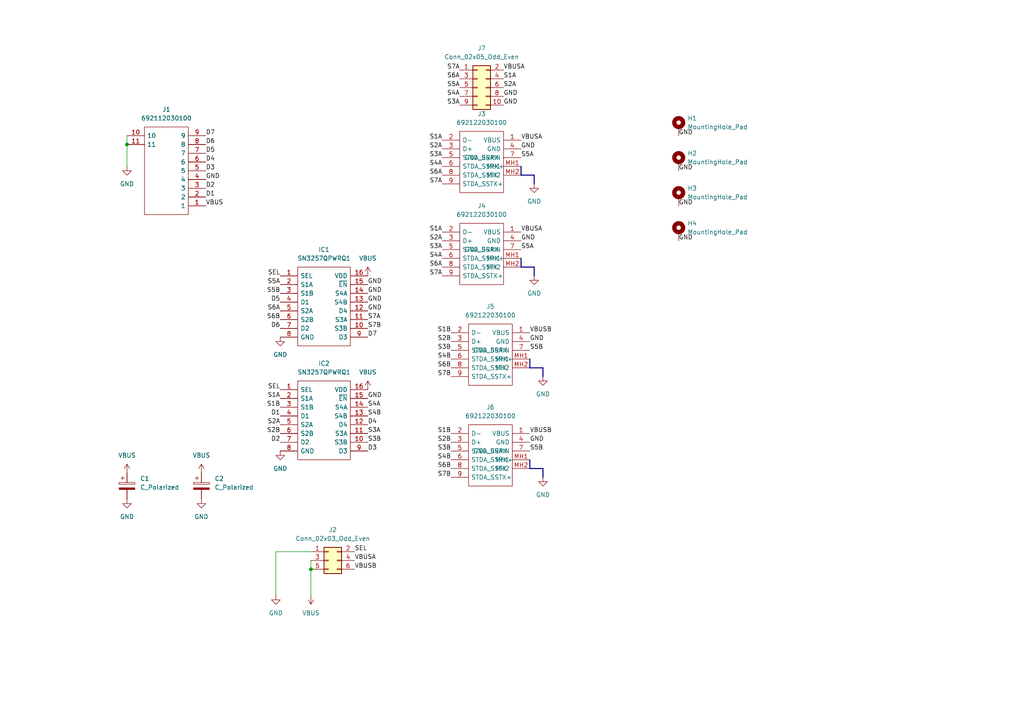
<source format=kicad_sch>
(kicad_sch (version 20230121) (generator eeschema)
  (paper "A4")
  (lib_symbols
    (symbol "Connector_Generic:Conn_02x03_Odd_Even" (pin_names (offset 1.016) hide)
      (property "Reference" "J" (at 1.27 5.08 0))
      (property "Value" "Conn_02x03_Odd_Even" (at 1.27 -5.08 0))
      (symbol "Conn_02x03_Odd_Even_1_1"
        (rectangle (start -1.27 -2.413) (end 0 -2.667) (stroke (width 0.1524)))
        (rectangle (start -1.27 0.127) (end 0 -0.127) (stroke (width 0.1524)))
        (rectangle (start -1.27 2.667) (end 0 2.413) (stroke (width 0.1524)))
        (rectangle (start -1.27 3.81) (end 3.81 -3.81) (stroke (width 0.254)) (fill (type background)))
        (rectangle (start 3.81 -2.413) (end 2.54 -2.667) (stroke (width 0.1524)))
        (rectangle (start 3.81 0.127) (end 2.54 -0.127) (stroke (width 0.1524)))
        (rectangle (start 3.81 2.667) (end 2.54 2.413) (stroke (width 0.1524)))
        (pin passive line (at -5.08 2.54 0) (length 3.81) (name "Pin_1") (number "1"))
        (pin passive line (at 7.62 2.54 180) (length 3.81) (name "Pin_2") (number "2"))
        (pin passive line (at -5.08 0 0) (length 3.81) (name "Pin_3") (number "3"))
        (pin passive line (at 7.62 0 180) (length 3.81) (name "Pin_4") (number "4"))
        (pin passive line (at -5.08 -2.54 0) (length 3.81) (name "Pin_5") (number "5"))
        (pin passive line (at 7.62 -2.54 180) (length 3.81) (name "Pin_6") (number "6"))
      )
    )
    (symbol "Connector_Generic:Conn_02x05_Odd_Even" (pin_names (offset 1.016) hide)
      (property "Reference" "J" (at 1.27 7.62 0))
      (property "Value" "Conn_02x05_Odd_Even" (at 1.27 -7.62 0))
      (symbol "Conn_02x05_Odd_Even_1_1"
        (rectangle (start -1.27 -4.953) (end 0 -5.207) (stroke (width 0.1524)))
        (rectangle (start -1.27 -2.413) (end 0 -2.667) (stroke (width 0.1524)))
        (rectangle (start -1.27 0.127) (end 0 -0.127) (stroke (width 0.1524)))
        (rectangle (start -1.27 2.667) (end 0 2.413) (stroke (width 0.1524)))
        (rectangle (start -1.27 5.207) (end 0 4.953) (stroke (width 0.1524)))
        (rectangle (start -1.27 6.35) (end 3.81 -6.35) (stroke (width 0.254)) (fill (type background)))
        (rectangle (start 3.81 -4.953) (end 2.54 -5.207) (stroke (width 0.1524)))
        (rectangle (start 3.81 -2.413) (end 2.54 -2.667) (stroke (width 0.1524)))
        (rectangle (start 3.81 0.127) (end 2.54 -0.127) (stroke (width 0.1524)))
        (rectangle (start 3.81 2.667) (end 2.54 2.413) (stroke (width 0.1524)))
        (rectangle (start 3.81 5.207) (end 2.54 4.953) (stroke (width 0.1524)))
        (pin passive line (at -5.08 5.08 0) (length 3.81) (name "Pin_1") (number "1"))
        (pin passive line (at 7.62 -5.08 180) (length 3.81) (name "Pin_10") (number "10"))
        (pin passive line (at 7.62 5.08 180) (length 3.81) (name "Pin_2") (number "2"))
        (pin passive line (at -5.08 2.54 0) (length 3.81) (name "Pin_3") (number "3"))
        (pin passive line (at 7.62 2.54 180) (length 3.81) (name "Pin_4") (number "4"))
        (pin passive line (at -5.08 0 0) (length 3.81) (name "Pin_5") (number "5"))
        (pin passive line (at 7.62 0 180) (length 3.81) (name "Pin_6") (number "6"))
        (pin passive line (at -5.08 -2.54 0) (length 3.81) (name "Pin_7") (number "7"))
        (pin passive line (at 7.62 -2.54 180) (length 3.81) (name "Pin_8") (number "8"))
        (pin passive line (at -5.08 -5.08 0) (length 3.81) (name "Pin_9") (number "9"))
      )
    )
    (symbol "Device:C_Polarized" (pin_numbers hide) (pin_names (offset 0.254))
      (property "Reference" "C" (at 0.635 2.54 0))
      (property "Value" "C_Polarized" (at 0.635 -2.54 0))
      (symbol "C_Polarized_0_1"
        (rectangle (start -2.286 0.508) (end 2.286 1.016))
        (polyline (pts (xy -1.778 2.286) (xy -0.762 2.286)))
        (polyline (pts (xy -1.27 2.794) (xy -1.27 1.778)))
        (rectangle (start 2.286 -0.508) (end -2.286 -1.016) (fill (type outline)))
      )
      (symbol "C_Polarized_1_1"
        (pin passive line (at 0 3.81 270) (length 2.794) (name "~") (number "1"))
        (pin passive line (at 0 -3.81 90) (length 2.794) (name "~") (number "2"))
      )
    )
    (symbol "Mechanical:MountingHole_Pad" (pin_numbers hide) (pin_names (offset 1.016) hide)
      (property "Reference" "H" (at 0 6.35 0))
      (property "Value" "MountingHole_Pad" (at 0 4.445 0))
      (symbol "MountingHole_Pad_0_1"
        (circle (center 0 1.27) (radius 1.27) (stroke (width 1.27)))
      )
      (symbol "MountingHole_Pad_1_1"
        (pin input line (at 0 -2.54 90) (length 2.54) (name "1") (number "1"))
      )
    )
    (symbol "mouser:692112030100" (pin_names (offset 0.762))
      (property "Reference" "J" (at 19.05 7.62 0))
      (property "Value" "692112030100" (at 19.05 5.08 0))
      (symbol "692112030100_0_0"
        (pin passive line (at 22.86 -20.32 180) (length 5.08) (name "1") (number "1"))
        (pin passive line (at 0 0 0) (length 5.08) (name "10") (number "10"))
        (pin passive line (at 0 -2.54 0) (length 5.08) (name "11") (number "11"))
        (pin passive line (at 22.86 -17.78 180) (length 5.08) (name "2") (number "2"))
        (pin passive line (at 22.86 -15.24 180) (length 5.08) (name "3") (number "3"))
        (pin passive line (at 22.86 -12.7 180) (length 5.08) (name "4") (number "4"))
        (pin passive line (at 22.86 -10.16 180) (length 5.08) (name "5") (number "5"))
        (pin passive line (at 22.86 -7.62 180) (length 5.08) (name "6") (number "6"))
        (pin passive line (at 22.86 -5.08 180) (length 5.08) (name "7") (number "7"))
        (pin passive line (at 22.86 -2.54 180) (length 5.08) (name "8") (number "8"))
        (pin passive line (at 22.86 0 180) (length 5.08) (name "9") (number "9"))
      )
      (symbol "692112030100_0_1"
        (polyline (pts (xy 5.08 2.54) (xy 17.78 2.54) (xy 17.78 -22.86) (xy 5.08 -22.86) (xy 5.08 2.54)) (stroke (width 0.1524)))
      )
    )
    (symbol "mouser:692122030100" (pin_names (offset 0.762))
      (property "Reference" "J" (at 19.05 7.62 0))
      (property "Value" "692122030100" (at 19.05 5.08 0))
      (symbol "692122030100_0_0"
        (pin passive line (at 22.86 0 180) (length 5.08) (name "VBUS") (number "1"))
        (pin passive line (at 0 0 0) (length 5.08) (name "D-") (number "2"))
        (pin passive line (at 0 -2.54 0) (length 5.08) (name "D+") (number "3"))
        (pin passive line (at 22.86 -2.54 180) (length 5.08) (name "GND") (number "4"))
        (pin passive line (at 0 -5.08 0) (length 5.08) (name "STDA_SSRX") (number "5"))
        (pin passive line (at 0 -7.62 0) (length 5.08) (name "STDA_SSRX+") (number "6"))
        (pin passive line (at 22.86 -5.08 180) (length 5.08) (name "GND_DRAIN") (number "7"))
        (pin passive line (at 0 -10.16 0) (length 5.08) (name "STDA_SSTX") (number "8"))
        (pin passive line (at 0 -12.7 0) (length 5.08) (name "STDA_SSTX+") (number "9"))
        (pin passive line (at 22.86 -7.62 180) (length 5.08) (name "MH1") (number "MH1"))
        (pin passive line (at 22.86 -10.16 180) (length 5.08) (name "MH2") (number "MH2"))
      )
      (symbol "692122030100_0_1"
        (polyline (pts (xy 5.08 2.54) (xy 17.78 2.54) (xy 17.78 -15.24) (xy 5.08 -15.24) (xy 5.08 2.54)) (stroke (width 0.1524)))
      )
    )
    (symbol "mouser:SN3257QPWRQ1" (pin_names (offset 0.762))
      (property "Reference" "IC" (at 21.59 7.62 0))
      (property "Value" "SN3257QPWRQ1" (at 21.59 5.08 0))
      (symbol "SN3257QPWRQ1_0_0"
        (pin passive line (at 0 0 0) (length 5.08) (name "SEL") (number "1"))
        (pin passive line (at 25.4 -15.24 180) (length 5.08) (name "S3B") (number "10"))
        (pin passive line (at 25.4 -12.7 180) (length 5.08) (name "S3A") (number "11"))
        (pin passive line (at 25.4 -10.16 180) (length 5.08) (name "D4") (number "12"))
        (pin passive line (at 25.4 -7.62 180) (length 5.08) (name "S4B") (number "13"))
        (pin passive line (at 25.4 -5.08 180) (length 5.08) (name "S4A") (number "14"))
        (pin passive line (at 25.4 -2.54 180) (length 5.08) (name "~{EN}") (number "15"))
        (pin passive line (at 25.4 0 180) (length 5.08) (name "VDD") (number "16"))
        (pin passive line (at 0 -2.54 0) (length 5.08) (name "S1A") (number "2"))
        (pin passive line (at 0 -5.08 0) (length 5.08) (name "S1B") (number "3"))
        (pin passive line (at 0 -7.62 0) (length 5.08) (name "D1") (number "4"))
        (pin passive line (at 0 -10.16 0) (length 5.08) (name "S2A") (number "5"))
        (pin passive line (at 0 -12.7 0) (length 5.08) (name "S2B") (number "6"))
        (pin passive line (at 0 -15.24 0) (length 5.08) (name "D2") (number "7"))
        (pin passive line (at 0 -17.78 0) (length 5.08) (name "GND") (number "8"))
        (pin passive line (at 25.4 -17.78 180) (length 5.08) (name "D3") (number "9"))
      )
      (symbol "SN3257QPWRQ1_0_1"
        (polyline (pts (xy 5.08 2.54) (xy 20.32 2.54) (xy 20.32 -20.32) (xy 5.08 -20.32) (xy 5.08 2.54)) (stroke (width 0.1524)))
      )
    )
    (symbol "power:GND" (power) (pin_names (offset 0))
      (property "Value" "GND" (at 0 -3.81 0))
      (symbol "GND_0_1"
        (polyline (pts (xy 0 0) (xy 0 -1.27) (xy 1.27 -1.27) (xy 0 -2.54) (xy -1.27 -1.27) (xy 0 -1.27)))
      )
      (symbol "GND_1_1"
        (pin power_in line (at 0 0 270) (length 0) hide (name "GND") (number "1"))
      )
    )
    (symbol "power:VBUS" (power) (pin_names (offset 0))
      (property "Value" "VBUS" (at 0 3.81 0))
      (symbol "VBUS_0_1"
        (polyline (pts (xy -0.762 1.27) (xy 0 2.54)))
        (polyline (pts (xy 0 0) (xy 0 2.54)))
        (polyline (pts (xy 0 2.54) (xy 0.762 1.27)))
      )
      (symbol "VBUS_1_1"
        (pin power_in line (at 0 0 90) (length 0) hide (name "VBUS") (number "1"))
      )
    )
  )
  (junction (at 90.17 165.1))
  (junction (at 36.83 41.91))
  (bus (pts (xy 153.67 135.89) (xy 157.48 135.89)))
  (wire (pts (xy 90.17 162.56) (xy 90.17 165.1)))
  (bus (pts (xy 153.67 104.14) (xy 153.67 106.68)))
  (bus (pts (xy 153.67 133.35) (xy 153.67 135.89)))
  (bus (pts (xy 151.13 74.93) (xy 151.13 77.47)))
  (bus (pts (xy 157.48 135.89) (xy 157.48 138.43)))
  (wire (pts (xy 90.17 160.02) (xy 80.01 160.02)))
  (bus (pts (xy 154.94 50.8) (xy 154.94 53.34)))
  (bus (pts (xy 157.48 106.68) (xy 157.48 109.22)))
  (wire (pts (xy 36.83 39.37) (xy 36.83 41.91)))
  (wire (pts (xy 80.01 160.02) (xy 80.01 172.72)))
  (bus (pts (xy 151.13 48.26) (xy 151.13 50.8)))
  (bus (pts (xy 151.13 77.47) (xy 154.94 77.47)))
  (wire (pts (xy 90.17 165.1) (xy 90.17 172.72)))
  (wire (pts (xy 36.83 41.91) (xy 36.83 48.26)))
  (bus (pts (xy 154.94 77.47) (xy 154.94 80.01)))
  (bus (pts (xy 153.67 106.68) (xy 157.48 106.68)))
  (bus (pts (xy 151.13 50.8) (xy 154.94 50.8)))
  (label "S2A" (at 128.27 69.85 180))
  (label "S6A" (at 133.35 22.86 180))
  (label "S5B" (at 81.28 85.09 180))
  (label "D2" (at 81.28 128.27 180))
  (label "S1A" (at 146.05 22.86 0))
  (label "S4A" (at 128.27 48.26 180))
  (label "GND" (at 151.13 43.18 0))
  (label "VBUSA" (at 146.05 20.32 0))
  (label "GND" (at 196.85 39.37 0))
  (label "S2A" (at 81.28 123.19 180))
  (label "S2B" (at 130.81 128.27 180))
  (label "S3B" (at 106.68 128.27 0))
  (label "SEL" (at 81.28 80.01 180))
  (label "S1A" (at 128.27 40.64 180))
  (label "S1B" (at 81.28 118.11 180))
  (label "S4A" (at 106.68 118.11 0))
  (label "S2B" (at 81.28 125.73 180))
  (label "D3" (at 106.68 130.81 0))
  (label "GND" (at 196.85 59.69 0))
  (label "D3" (at 59.69 49.53 0))
  (label "D2" (at 59.69 54.61 0))
  (label "GND" (at 146.05 30.48 0))
  (label "D1" (at 81.28 120.65 180))
  (label "GND" (at 59.69 52.07 0))
  (label "D7" (at 59.69 39.37 0))
  (label "GND" (at 153.67 128.27 0))
  (label "VBUS" (at 59.69 59.69 0))
  (label "D1" (at 59.69 57.15 0))
  (label "D4" (at 59.69 46.99 0))
  (label "D4" (at 106.68 123.19 0))
  (label "S3A" (at 133.35 30.48 180))
  (label "GND" (at 106.68 85.09 0))
  (label "S7A" (at 128.27 80.01 180))
  (label "S4B" (at 130.81 133.35 180))
  (label "GND" (at 106.68 90.17 0))
  (label "SEL" (at 81.28 113.03 180))
  (label "GND" (at 106.68 82.55 0))
  (label "S4A" (at 133.35 27.94 180))
  (label "S7A" (at 128.27 53.34 180))
  (label "GND" (at 196.85 49.53 0))
  (label "D6" (at 81.28 95.25 180))
  (label "GND" (at 106.68 87.63 0))
  (label "S1A" (at 128.27 67.31 180))
  (label "S3B" (at 130.81 101.6 180))
  (label "S5A" (at 151.13 72.39 0))
  (label "D5" (at 81.28 87.63 180))
  (label "VBUSB" (at 153.67 96.52 0))
  (label "S6B" (at 130.81 135.89 180))
  (label "S7A" (at 106.68 92.71 0))
  (label "S7A" (at 133.35 20.32 180))
  (label "D6" (at 59.69 41.91 0))
  (label "S6A" (at 128.27 50.8 180))
  (label "S4B" (at 130.81 104.14 180))
  (label "S1B" (at 130.81 125.73 180))
  (label "S3A" (at 128.27 45.72 180))
  (label "S5A" (at 133.35 25.4 180))
  (label "SEL" (at 102.87 160.02 0))
  (label "S3B" (at 130.81 130.81 180))
  (label "GND" (at 196.85 69.85 0))
  (label "S5A" (at 151.13 45.72 0))
  (label "S6A" (at 81.28 90.17 180))
  (label "S1B" (at 130.81 96.52 180))
  (label "S2A" (at 146.05 25.4 0))
  (label "S6A" (at 128.27 77.47 180))
  (label "GND" (at 106.68 115.57 0))
  (label "S7B" (at 130.81 109.22 180))
  (label "GND" (at 153.67 99.06 0))
  (label "S7B" (at 106.68 95.25 0))
  (label "D7" (at 106.68 97.79 0))
  (label "S1A" (at 81.28 115.57 180))
  (label "D5" (at 59.69 44.45 0))
  (label "GND" (at 146.05 27.94 0))
  (label "VBUSB" (at 102.87 165.1 0))
  (label "S5B" (at 153.67 101.6 0))
  (label "S4B" (at 106.68 120.65 0))
  (label "VBUSA" (at 102.87 162.56 0))
  (label "S2A" (at 128.27 43.18 180))
  (label "S6B" (at 130.81 106.68 180))
  (label "VBUSB" (at 153.67 125.73 0))
  (label "VBUSA" (at 151.13 67.31 0))
  (label "S2B" (at 130.81 99.06 180))
  (label "S7B" (at 130.81 138.43 180))
  (label "S3A" (at 106.68 125.73 0))
  (label "VBUSA" (at 151.13 40.64 0))
  (label "S5A" (at 81.28 82.55 180))
  (label "S4A" (at 128.27 74.93 180))
  (label "S6B" (at 81.28 92.71 180))
  (label "S5B" (at 153.67 130.81 0))
  (label "GND" (at 151.13 69.85 0))
  (label "S3A" (at 128.27 72.39 180))
  (symbol (lib_id "power:GND") (at 36.83 48.26 0) (unit 1)
    (property "Reference" "#PWR0111" (effects hide))
    (property "Value" "GND" (at 36.83 53.34 0))
  )
  (symbol (lib_id "power:VBUS") (at 106.68 113.03 0) (unit 1)
    (property "Reference" "#PWR0108" (effects hide))
    (property "Value" "VBUS" (at 106.68 107.95 0))
  )
  (symbol (lib_id "Mechanical:MountingHole_Pad") (at 196.85 46.99 0) (unit 1)
    (property "Reference" "H2" (at 199.39 44.4499 0) (effects (justify left)))
    (property "Value" "MountingHole_Pad" (at 199.39 46.9899 0) (effects (justify left)))
    (property "Footprint" "MountingHole:MountingHole_3.2mm_M3_Pad_TopBottom" (effects hide))
  )
  (symbol (lib_id "Mechanical:MountingHole_Pad") (at 196.85 36.83 0) (unit 1)
    (property "Reference" "H1" (at 199.39 34.2899 0) (effects (justify left)))
    (property "Value" "MountingHole_Pad" (at 199.39 36.8299 0) (effects (justify left)))
    (property "Footprint" "MountingHole:MountingHole_3.2mm_M3_Pad_TopBottom" (effects hide))
  )
  (symbol (lib_id "mouser:692112030100") (at 36.83 39.37 0) (unit 1)
    (property "Reference" "J1" (at 48.26 31.75 0))
    (property "Value" "692112030100" (at 48.26 34.29 0))
    (property "Footprint" "mouser:692112030100-fixed" (effects hide))
    (property "Datasheet" "https://componentsearchengine.com//692112030100.pdf" (effects hide))
    (property "Description" "Wurth Elektronik Male Right Angle Through Hole Version 3 Type A USB Connector, 30 V ac, 0.25A WR-COM" (effects hide))
    (property "Height" "1" (effects hide))
    (property "Mouser2 Part Number" "710-692112030100" (effects hide))
    (property "Mouser2 Price/Stock" "https://www.mouser.com/Search/Refine.aspx?Keyword=710-692112030100" (effects hide))
    (property "Manufacturer_Name" "Wurth Elektronik" (effects hide))
    (property "Manufacturer_Part_Number" "692112030100" (effects hide))
  )
  (symbol (lib_id "power:GND") (at 80.01 172.72 0) (unit 1)
    (property "Reference" "#PWR0101" (effects hide))
    (property "Value" "GND" (at 80.01 177.8 0))
  )
  (symbol (lib_id "mouser:692122030100") (at 130.81 125.73 0) (unit 1)
    (property "Reference" "J6" (at 142.24 118.11 0))
    (property "Value" "692122030100" (at 142.24 120.65 0))
    (property "Footprint" "692122030100" (effects hide))
    (property "Datasheet" "https://componentsearchengine.com//692122030100.pdf" (effects hide))
    (property "Description" "Wurth Elektronik WR-COM Series, Right Angle Through Hole, Version 3.0 Type A USB Connector, Receptacle" (effects hide))
    (property "Height" "7.55" (effects hide))
    (property "Mouser2 Part Number" "710-692122030100" (effects hide))
    (property "Mouser2 Price/Stock" "https://www.mouser.com/Search/Refine.aspx?Keyword=710-692122030100" (effects hide))
    (property "Manufacturer_Name" "Wurth Elektronik" (effects hide))
    (property "Manufacturer_Part_Number" "692122030100" (effects hide))
  )
  (symbol (lib_id "Mechanical:MountingHole_Pad") (at 196.85 57.15 0) (unit 1)
    (property "Reference" "H3" (at 199.39 54.6099 0) (effects (justify left)))
    (property "Value" "MountingHole_Pad" (at 199.39 57.1499 0) (effects (justify left)))
    (property "Footprint" "MountingHole:MountingHole_3.2mm_M3_Pad_TopBottom" (effects hide))
  )
  (symbol (lib_id "mouser:SN3257QPWRQ1") (at 81.28 113.03 0) (unit 1)
    (property "Reference" "IC2" (at 93.98 105.41 0))
    (property "Value" "SN3257QPWRQ1" (at 93.98 107.95 0))
    (property "Footprint" "SOP65P640X120-16N" (effects hide))
    (property "Datasheet" "https://www.ti.com/lit/gpn/SN3257-Q1" (effects hide))
    (property "Description" "PRECISION ANALOG MULTIPLEXER" (effects hide))
    (property "Height" "1.2" (effects hide))
    (property "Manufacturer_Name" "Texas Instruments" (effects hide))
    (property "Manufacturer_Part_Number" "SN3257QPWRQ1" (effects hide))
  )
  (symbol (lib_id "mouser:692122030100") (at 128.27 40.64 0) (unit 1)
    (property "Reference" "J3" (at 139.7 33.02 0))
    (property "Value" "692122030100" (at 139.7 35.56 0))
    (property "Footprint" "692122030100" (effects hide))
    (property "Datasheet" "https://componentsearchengine.com//692122030100.pdf" (effects hide))
    (property "Description" "Wurth Elektronik WR-COM Series, Right Angle Through Hole, Version 3.0 Type A USB Connector, Receptacle" (effects hide))
    (property "Height" "7.55" (effects hide))
    (property "Mouser2 Part Number" "710-692122030100" (effects hide))
    (property "Mouser2 Price/Stock" "https://www.mouser.com/Search/Refine.aspx?Keyword=710-692122030100" (effects hide))
    (property "Manufacturer_Name" "Wurth Elektronik" (effects hide))
    (property "Manufacturer_Part_Number" "692122030100" (effects hide))
  )
  (symbol (lib_id "Device:C_Polarized") (at 36.83 140.97 0) (unit 1)
    (property "Reference" "C1" (at 40.64 138.8109 0) (effects (justify left)))
    (property "Value" "C_Polarized" (at 40.64 141.3509 0) (effects (justify left)))
    (property "Footprint" "Capacitor_SMD:C_0805_2012Metric" (effects hide))
  )
  (symbol (lib_id "mouser:692122030100") (at 128.27 67.31 0) (unit 1)
    (property "Reference" "J4" (at 139.7 59.69 0))
    (property "Value" "692122030100" (at 139.7 62.23 0))
    (property "Footprint" "692122030100" (effects hide))
    (property "Datasheet" "https://componentsearchengine.com//692122030100.pdf" (effects hide))
    (property "Description" "Wurth Elektronik WR-COM Series, Right Angle Through Hole, Version 3.0 Type A USB Connector, Receptacle" (effects hide))
    (property "Height" "7.55" (effects hide))
    (property "Mouser2 Part Number" "710-692122030100" (effects hide))
    (property "Mouser2 Price/Stock" "https://www.mouser.com/Search/Refine.aspx?Keyword=710-692122030100" (effects hide))
    (property "Manufacturer_Name" "Wurth Elektronik" (effects hide))
    (property "Manufacturer_Part_Number" "692122030100" (effects hide))
  )
  (symbol (lib_id "power:GND") (at 154.94 53.34 0) (unit 1)
    (property "Reference" "#PWR0114" (effects hide))
    (property "Value" "GND" (at 154.94 58.42 0))
  )
  (symbol (lib_id "Device:C_Polarized") (at 58.42 140.97 0) (unit 1)
    (property "Reference" "C2" (at 62.23 138.8109 0) (effects (justify left)))
    (property "Value" "C_Polarized" (at 62.23 141.3509 0) (effects (justify left)))
    (property "Footprint" "Capacitor_SMD:C_0805_2012Metric" (effects hide))
  )
  (symbol (lib_id "power:VBUS") (at 90.17 172.72 180) (unit 1)
    (property "Reference" "#PWR0102" (effects hide))
    (property "Value" "VBUS" (at 90.17 177.8 0))
  )
  (symbol (lib_id "Connector_Generic:Conn_02x05_Odd_Even") (at 138.43 25.4 0) (unit 1)
    (property "Reference" "J7" (at 139.7 13.97 0))
    (property "Value" "Conn_02x05_Odd_Even" (at 139.7 16.51 0))
    (property "Footprint" "Connector_PinHeader_2.54mm:PinHeader_2x05_P2.54mm_Vertical" (effects hide))
  )
  (symbol (lib_id "Connector_Generic:Conn_02x03_Odd_Even") (at 95.25 162.56 0) (unit 1)
    (property "Reference" "J2" (at 96.52 153.67 0))
    (property "Value" "Conn_02x03_Odd_Even" (at 96.52 156.21 0))
    (property "Footprint" "Connector_PinHeader_2.54mm:PinHeader_2x03_P2.54mm_Vertical" (effects hide))
  )
  (symbol (lib_id "mouser:SN3257QPWRQ1") (at 81.28 80.01 0) (unit 1)
    (property "Reference" "IC1" (at 93.98 72.39 0))
    (property "Value" "SN3257QPWRQ1" (at 93.98 74.93 0))
    (property "Footprint" "SOP65P640X120-16N" (effects hide))
    (property "Datasheet" "https://www.ti.com/lit/gpn/SN3257-Q1" (effects hide))
    (property "Description" "PRECISION ANALOG MULTIPLEXER" (effects hide))
    (property "Height" "1.2" (effects hide))
    (property "Manufacturer_Name" "Texas Instruments" (effects hide))
    (property "Manufacturer_Part_Number" "SN3257QPWRQ1" (effects hide))
  )
  (symbol (lib_id "power:GND") (at 81.28 130.81 0) (unit 1)
    (property "Reference" "#PWR0107" (effects hide))
    (property "Value" "GND" (at 81.28 135.89 0))
  )
  (symbol (lib_id "power:GND") (at 154.94 80.01 0) (unit 1)
    (property "Reference" "#PWR0115" (effects hide))
    (property "Value" "GND" (at 154.94 85.09 0))
  )
  (symbol (lib_id "power:GND") (at 157.48 138.43 0) (unit 1)
    (property "Reference" "#PWR0109" (effects hide))
    (property "Value" "GND" (at 157.48 143.51 0))
  )
  (symbol (lib_id "mouser:692122030100") (at 130.81 96.52 0) (unit 1)
    (property "Reference" "J5" (at 142.24 88.9 0))
    (property "Value" "692122030100" (at 142.24 91.44 0))
    (property "Footprint" "692122030100" (effects hide))
    (property "Datasheet" "https://componentsearchengine.com//692122030100.pdf" (effects hide))
    (property "Description" "Wurth Elektronik WR-COM Series, Right Angle Through Hole, Version 3.0 Type A USB Connector, Receptacle" (effects hide))
    (property "Height" "7.55" (effects hide))
    (property "Mouser2 Part Number" "710-692122030100" (effects hide))
    (property "Mouser2 Price/Stock" "https://www.mouser.com/Search/Refine.aspx?Keyword=710-692122030100" (effects hide))
    (property "Manufacturer_Name" "Wurth Elektronik" (effects hide))
    (property "Manufacturer_Part_Number" "692122030100" (effects hide))
  )
  (symbol (lib_id "power:GND") (at 36.83 144.78 0) (unit 1)
    (property "Reference" "#PWR0104" (effects hide))
    (property "Value" "GND" (at 36.83 149.86 0))
  )
  (symbol (lib_id "power:VBUS") (at 106.68 80.01 0) (unit 1)
    (property "Reference" "#PWR0113" (effects hide))
    (property "Value" "VBUS" (at 106.68 74.93 0))
  )
  (symbol (lib_id "power:GND") (at 58.42 144.78 0) (unit 1)
    (property "Reference" "#PWR0106" (effects hide))
    (property "Value" "GND" (at 58.42 149.86 0))
  )
  (symbol (lib_id "power:GND") (at 81.28 97.79 0) (unit 1)
    (property "Reference" "#PWR0112" (effects hide))
    (property "Value" "GND" (at 81.28 102.87 0))
  )
  (symbol (lib_id "Mechanical:MountingHole_Pad") (at 196.85 67.31 0) (unit 1)
    (property "Reference" "H4" (at 199.39 64.7699 0) (effects (justify left)))
    (property "Value" "MountingHole_Pad" (at 199.39 67.3099 0) (effects (justify left)))
    (property "Footprint" "MountingHole:MountingHole_3.2mm_M3_Pad_TopBottom" (effects hide))
  )
  (symbol (lib_id "power:VBUS") (at 36.83 137.16 0) (unit 1)
    (property "Reference" "#PWR0103" (effects hide))
    (property "Value" "VBUS" (at 36.83 132.08 0))
  )
  (symbol (lib_id "power:VBUS") (at 58.42 137.16 0) (unit 1)
    (property "Reference" "#PWR0105" (effects hide))
    (property "Value" "VBUS" (at 58.42 132.08 0))
  )
  (symbol (lib_id "power:GND") (at 157.48 109.22 0) (unit 1)
    (property "Reference" "#PWR0110" (effects hide))
    (property "Value" "GND" (at 157.48 114.3 0))
  )
)
</source>
